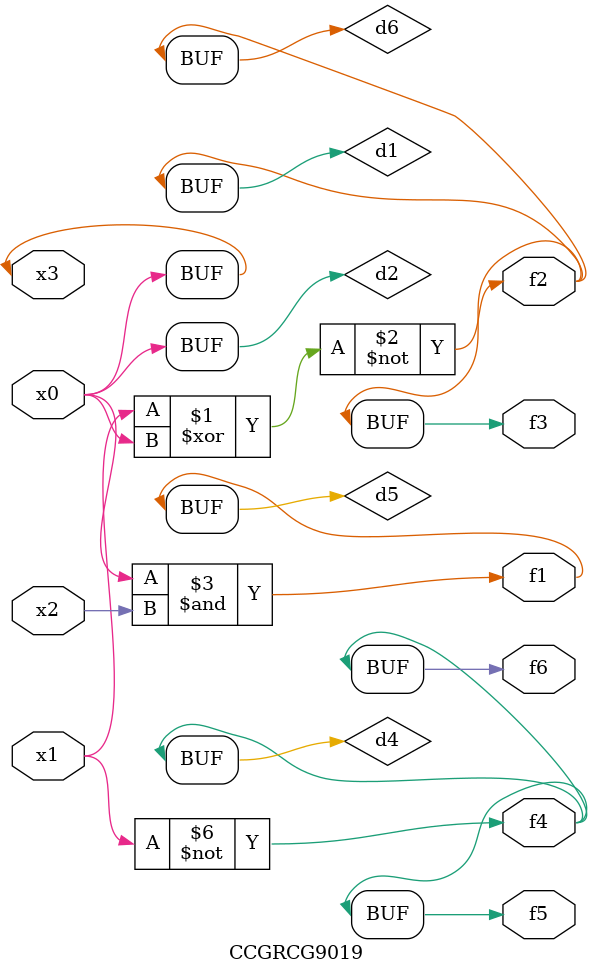
<source format=v>
module CCGRCG9019(
	input x0, x1, x2, x3,
	output f1, f2, f3, f4, f5, f6
);

	wire d1, d2, d3, d4, d5, d6;

	xnor (d1, x1, x3);
	buf (d2, x0, x3);
	nand (d3, x0, x2);
	not (d4, x1);
	nand (d5, d3);
	or (d6, d1);
	assign f1 = d5;
	assign f2 = d6;
	assign f3 = d6;
	assign f4 = d4;
	assign f5 = d4;
	assign f6 = d4;
endmodule

</source>
